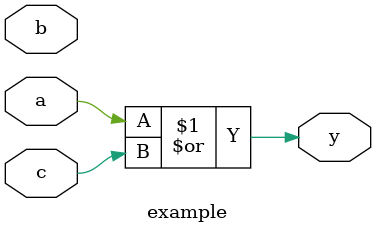
<source format=v>
`timescale 1ns/1ps

module example (
    input a,
    input b,
    input c,
    output y
);

    assign y = a | c;

endmodule

</source>
